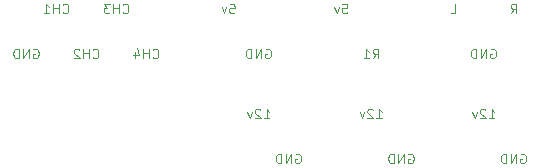
<source format=gbo>
%TF.GenerationSoftware,KiCad,Pcbnew,(5.1.8)-1*%
%TF.CreationDate,2021-01-28T04:03:39+01:00*%
%TF.ProjectId,VU Switch,56552053-7769-4746-9368-2e6b69636164,rev?*%
%TF.SameCoordinates,Original*%
%TF.FileFunction,Legend,Bot*%
%TF.FilePolarity,Positive*%
%FSLAX46Y46*%
G04 Gerber Fmt 4.6, Leading zero omitted, Abs format (unit mm)*
G04 Created by KiCad (PCBNEW (5.1.8)-1) date 2021-01-28 04:03:39*
%MOMM*%
%LPD*%
G01*
G04 APERTURE LIST*
%ADD10C,0.100000*%
G04 APERTURE END LIST*
D10*
X130092380Y-93630714D02*
X130130476Y-93668809D01*
X130244761Y-93706904D01*
X130320952Y-93706904D01*
X130435238Y-93668809D01*
X130511428Y-93592619D01*
X130549523Y-93516428D01*
X130587619Y-93364047D01*
X130587619Y-93249761D01*
X130549523Y-93097380D01*
X130511428Y-93021190D01*
X130435238Y-92945000D01*
X130320952Y-92906904D01*
X130244761Y-92906904D01*
X130130476Y-92945000D01*
X130092380Y-92983095D01*
X129749523Y-93706904D02*
X129749523Y-92906904D01*
X129749523Y-93287857D02*
X129292380Y-93287857D01*
X129292380Y-93706904D02*
X129292380Y-92906904D01*
X128568571Y-93173571D02*
X128568571Y-93706904D01*
X128759047Y-92868809D02*
X128949523Y-93440238D01*
X128454285Y-93440238D01*
X127552380Y-89820714D02*
X127590476Y-89858809D01*
X127704761Y-89896904D01*
X127780952Y-89896904D01*
X127895238Y-89858809D01*
X127971428Y-89782619D01*
X128009523Y-89706428D01*
X128047619Y-89554047D01*
X128047619Y-89439761D01*
X128009523Y-89287380D01*
X127971428Y-89211190D01*
X127895238Y-89135000D01*
X127780952Y-89096904D01*
X127704761Y-89096904D01*
X127590476Y-89135000D01*
X127552380Y-89173095D01*
X127209523Y-89896904D02*
X127209523Y-89096904D01*
X127209523Y-89477857D02*
X126752380Y-89477857D01*
X126752380Y-89896904D02*
X126752380Y-89096904D01*
X126447619Y-89096904D02*
X125952380Y-89096904D01*
X126219047Y-89401666D01*
X126104761Y-89401666D01*
X126028571Y-89439761D01*
X125990476Y-89477857D01*
X125952380Y-89554047D01*
X125952380Y-89744523D01*
X125990476Y-89820714D01*
X126028571Y-89858809D01*
X126104761Y-89896904D01*
X126333333Y-89896904D01*
X126409523Y-89858809D01*
X126447619Y-89820714D01*
X125012380Y-93630714D02*
X125050476Y-93668809D01*
X125164761Y-93706904D01*
X125240952Y-93706904D01*
X125355238Y-93668809D01*
X125431428Y-93592619D01*
X125469523Y-93516428D01*
X125507619Y-93364047D01*
X125507619Y-93249761D01*
X125469523Y-93097380D01*
X125431428Y-93021190D01*
X125355238Y-92945000D01*
X125240952Y-92906904D01*
X125164761Y-92906904D01*
X125050476Y-92945000D01*
X125012380Y-92983095D01*
X124669523Y-93706904D02*
X124669523Y-92906904D01*
X124669523Y-93287857D02*
X124212380Y-93287857D01*
X124212380Y-93706904D02*
X124212380Y-92906904D01*
X123869523Y-92983095D02*
X123831428Y-92945000D01*
X123755238Y-92906904D01*
X123564761Y-92906904D01*
X123488571Y-92945000D01*
X123450476Y-92983095D01*
X123412380Y-93059285D01*
X123412380Y-93135476D01*
X123450476Y-93249761D01*
X123907619Y-93706904D01*
X123412380Y-93706904D01*
X122472380Y-89820714D02*
X122510476Y-89858809D01*
X122624761Y-89896904D01*
X122700952Y-89896904D01*
X122815238Y-89858809D01*
X122891428Y-89782619D01*
X122929523Y-89706428D01*
X122967619Y-89554047D01*
X122967619Y-89439761D01*
X122929523Y-89287380D01*
X122891428Y-89211190D01*
X122815238Y-89135000D01*
X122700952Y-89096904D01*
X122624761Y-89096904D01*
X122510476Y-89135000D01*
X122472380Y-89173095D01*
X122129523Y-89896904D02*
X122129523Y-89096904D01*
X122129523Y-89477857D02*
X121672380Y-89477857D01*
X121672380Y-89896904D02*
X121672380Y-89096904D01*
X120872380Y-89896904D02*
X121329523Y-89896904D01*
X121100952Y-89896904D02*
X121100952Y-89096904D01*
X121177142Y-89211190D01*
X121253333Y-89287380D01*
X121329523Y-89325476D01*
X119989523Y-92945000D02*
X120065714Y-92906904D01*
X120180000Y-92906904D01*
X120294285Y-92945000D01*
X120370476Y-93021190D01*
X120408571Y-93097380D01*
X120446666Y-93249761D01*
X120446666Y-93364047D01*
X120408571Y-93516428D01*
X120370476Y-93592619D01*
X120294285Y-93668809D01*
X120180000Y-93706904D01*
X120103809Y-93706904D01*
X119989523Y-93668809D01*
X119951428Y-93630714D01*
X119951428Y-93364047D01*
X120103809Y-93364047D01*
X119608571Y-93706904D02*
X119608571Y-92906904D01*
X119151428Y-93706904D01*
X119151428Y-92906904D01*
X118770476Y-93706904D02*
X118770476Y-92906904D01*
X118580000Y-92906904D01*
X118465714Y-92945000D01*
X118389523Y-93021190D01*
X118351428Y-93097380D01*
X118313333Y-93249761D01*
X118313333Y-93364047D01*
X118351428Y-93516428D01*
X118389523Y-93592619D01*
X118465714Y-93668809D01*
X118580000Y-93706904D01*
X118770476Y-93706904D01*
X148723333Y-93706904D02*
X148990000Y-93325952D01*
X149180476Y-93706904D02*
X149180476Y-92906904D01*
X148875714Y-92906904D01*
X148799523Y-92945000D01*
X148761428Y-92983095D01*
X148723333Y-93059285D01*
X148723333Y-93173571D01*
X148761428Y-93249761D01*
X148799523Y-93287857D01*
X148875714Y-93325952D01*
X149180476Y-93325952D01*
X147961428Y-93706904D02*
X148418571Y-93706904D01*
X148190000Y-93706904D02*
X148190000Y-92906904D01*
X148266190Y-93021190D01*
X148342380Y-93097380D01*
X148418571Y-93135476D01*
X139674523Y-92945000D02*
X139750714Y-92906904D01*
X139865000Y-92906904D01*
X139979285Y-92945000D01*
X140055476Y-93021190D01*
X140093571Y-93097380D01*
X140131666Y-93249761D01*
X140131666Y-93364047D01*
X140093571Y-93516428D01*
X140055476Y-93592619D01*
X139979285Y-93668809D01*
X139865000Y-93706904D01*
X139788809Y-93706904D01*
X139674523Y-93668809D01*
X139636428Y-93630714D01*
X139636428Y-93364047D01*
X139788809Y-93364047D01*
X139293571Y-93706904D02*
X139293571Y-92906904D01*
X138836428Y-93706904D01*
X138836428Y-92906904D01*
X138455476Y-93706904D02*
X138455476Y-92906904D01*
X138265000Y-92906904D01*
X138150714Y-92945000D01*
X138074523Y-93021190D01*
X138036428Y-93097380D01*
X137998333Y-93249761D01*
X137998333Y-93364047D01*
X138036428Y-93516428D01*
X138074523Y-93592619D01*
X138150714Y-93668809D01*
X138265000Y-93706904D01*
X138455476Y-93706904D01*
X158724523Y-92945000D02*
X158800714Y-92906904D01*
X158915000Y-92906904D01*
X159029285Y-92945000D01*
X159105476Y-93021190D01*
X159143571Y-93097380D01*
X159181666Y-93249761D01*
X159181666Y-93364047D01*
X159143571Y-93516428D01*
X159105476Y-93592619D01*
X159029285Y-93668809D01*
X158915000Y-93706904D01*
X158838809Y-93706904D01*
X158724523Y-93668809D01*
X158686428Y-93630714D01*
X158686428Y-93364047D01*
X158838809Y-93364047D01*
X158343571Y-93706904D02*
X158343571Y-92906904D01*
X157886428Y-93706904D01*
X157886428Y-92906904D01*
X157505476Y-93706904D02*
X157505476Y-92906904D01*
X157315000Y-92906904D01*
X157200714Y-92945000D01*
X157124523Y-93021190D01*
X157086428Y-93097380D01*
X157048333Y-93249761D01*
X157048333Y-93364047D01*
X157086428Y-93516428D01*
X157124523Y-93592619D01*
X157200714Y-93668809D01*
X157315000Y-93706904D01*
X157505476Y-93706904D01*
X161264523Y-101835000D02*
X161340714Y-101796904D01*
X161455000Y-101796904D01*
X161569285Y-101835000D01*
X161645476Y-101911190D01*
X161683571Y-101987380D01*
X161721666Y-102139761D01*
X161721666Y-102254047D01*
X161683571Y-102406428D01*
X161645476Y-102482619D01*
X161569285Y-102558809D01*
X161455000Y-102596904D01*
X161378809Y-102596904D01*
X161264523Y-102558809D01*
X161226428Y-102520714D01*
X161226428Y-102254047D01*
X161378809Y-102254047D01*
X160883571Y-102596904D02*
X160883571Y-101796904D01*
X160426428Y-102596904D01*
X160426428Y-101796904D01*
X160045476Y-102596904D02*
X160045476Y-101796904D01*
X159855000Y-101796904D01*
X159740714Y-101835000D01*
X159664523Y-101911190D01*
X159626428Y-101987380D01*
X159588333Y-102139761D01*
X159588333Y-102254047D01*
X159626428Y-102406428D01*
X159664523Y-102482619D01*
X159740714Y-102558809D01*
X159855000Y-102596904D01*
X160045476Y-102596904D01*
X151739523Y-101835000D02*
X151815714Y-101796904D01*
X151930000Y-101796904D01*
X152044285Y-101835000D01*
X152120476Y-101911190D01*
X152158571Y-101987380D01*
X152196666Y-102139761D01*
X152196666Y-102254047D01*
X152158571Y-102406428D01*
X152120476Y-102482619D01*
X152044285Y-102558809D01*
X151930000Y-102596904D01*
X151853809Y-102596904D01*
X151739523Y-102558809D01*
X151701428Y-102520714D01*
X151701428Y-102254047D01*
X151853809Y-102254047D01*
X151358571Y-102596904D02*
X151358571Y-101796904D01*
X150901428Y-102596904D01*
X150901428Y-101796904D01*
X150520476Y-102596904D02*
X150520476Y-101796904D01*
X150330000Y-101796904D01*
X150215714Y-101835000D01*
X150139523Y-101911190D01*
X150101428Y-101987380D01*
X150063333Y-102139761D01*
X150063333Y-102254047D01*
X150101428Y-102406428D01*
X150139523Y-102482619D01*
X150215714Y-102558809D01*
X150330000Y-102596904D01*
X150520476Y-102596904D01*
X142214523Y-101835000D02*
X142290714Y-101796904D01*
X142405000Y-101796904D01*
X142519285Y-101835000D01*
X142595476Y-101911190D01*
X142633571Y-101987380D01*
X142671666Y-102139761D01*
X142671666Y-102254047D01*
X142633571Y-102406428D01*
X142595476Y-102482619D01*
X142519285Y-102558809D01*
X142405000Y-102596904D01*
X142328809Y-102596904D01*
X142214523Y-102558809D01*
X142176428Y-102520714D01*
X142176428Y-102254047D01*
X142328809Y-102254047D01*
X141833571Y-102596904D02*
X141833571Y-101796904D01*
X141376428Y-102596904D01*
X141376428Y-101796904D01*
X140995476Y-102596904D02*
X140995476Y-101796904D01*
X140805000Y-101796904D01*
X140690714Y-101835000D01*
X140614523Y-101911190D01*
X140576428Y-101987380D01*
X140538333Y-102139761D01*
X140538333Y-102254047D01*
X140576428Y-102406428D01*
X140614523Y-102482619D01*
X140690714Y-102558809D01*
X140805000Y-102596904D01*
X140995476Y-102596904D01*
X158572142Y-98786904D02*
X159029285Y-98786904D01*
X158800714Y-98786904D02*
X158800714Y-97986904D01*
X158876904Y-98101190D01*
X158953095Y-98177380D01*
X159029285Y-98215476D01*
X158267380Y-98063095D02*
X158229285Y-98025000D01*
X158153095Y-97986904D01*
X157962619Y-97986904D01*
X157886428Y-98025000D01*
X157848333Y-98063095D01*
X157810238Y-98139285D01*
X157810238Y-98215476D01*
X157848333Y-98329761D01*
X158305476Y-98786904D01*
X157810238Y-98786904D01*
X157543571Y-98253571D02*
X157353095Y-98786904D01*
X157162619Y-98253571D01*
X139522142Y-98786904D02*
X139979285Y-98786904D01*
X139750714Y-98786904D02*
X139750714Y-97986904D01*
X139826904Y-98101190D01*
X139903095Y-98177380D01*
X139979285Y-98215476D01*
X139217380Y-98063095D02*
X139179285Y-98025000D01*
X139103095Y-97986904D01*
X138912619Y-97986904D01*
X138836428Y-98025000D01*
X138798333Y-98063095D01*
X138760238Y-98139285D01*
X138760238Y-98215476D01*
X138798333Y-98329761D01*
X139255476Y-98786904D01*
X138760238Y-98786904D01*
X138493571Y-98253571D02*
X138303095Y-98786904D01*
X138112619Y-98253571D01*
X149047142Y-98786904D02*
X149504285Y-98786904D01*
X149275714Y-98786904D02*
X149275714Y-97986904D01*
X149351904Y-98101190D01*
X149428095Y-98177380D01*
X149504285Y-98215476D01*
X148742380Y-98063095D02*
X148704285Y-98025000D01*
X148628095Y-97986904D01*
X148437619Y-97986904D01*
X148361428Y-98025000D01*
X148323333Y-98063095D01*
X148285238Y-98139285D01*
X148285238Y-98215476D01*
X148323333Y-98329761D01*
X148780476Y-98786904D01*
X148285238Y-98786904D01*
X148018571Y-98253571D02*
X147828095Y-98786904D01*
X147637619Y-98253571D01*
X136639285Y-89096904D02*
X137020238Y-89096904D01*
X137058333Y-89477857D01*
X137020238Y-89439761D01*
X136944047Y-89401666D01*
X136753571Y-89401666D01*
X136677380Y-89439761D01*
X136639285Y-89477857D01*
X136601190Y-89554047D01*
X136601190Y-89744523D01*
X136639285Y-89820714D01*
X136677380Y-89858809D01*
X136753571Y-89896904D01*
X136944047Y-89896904D01*
X137020238Y-89858809D01*
X137058333Y-89820714D01*
X136334523Y-89363571D02*
X136144047Y-89896904D01*
X135953571Y-89363571D01*
X146164285Y-89096904D02*
X146545238Y-89096904D01*
X146583333Y-89477857D01*
X146545238Y-89439761D01*
X146469047Y-89401666D01*
X146278571Y-89401666D01*
X146202380Y-89439761D01*
X146164285Y-89477857D01*
X146126190Y-89554047D01*
X146126190Y-89744523D01*
X146164285Y-89820714D01*
X146202380Y-89858809D01*
X146278571Y-89896904D01*
X146469047Y-89896904D01*
X146545238Y-89858809D01*
X146583333Y-89820714D01*
X145859523Y-89363571D02*
X145669047Y-89896904D01*
X145478571Y-89363571D01*
X160407380Y-89896904D02*
X160674047Y-89515952D01*
X160864523Y-89896904D02*
X160864523Y-89096904D01*
X160559761Y-89096904D01*
X160483571Y-89135000D01*
X160445476Y-89173095D01*
X160407380Y-89249285D01*
X160407380Y-89363571D01*
X160445476Y-89439761D01*
X160483571Y-89477857D01*
X160559761Y-89515952D01*
X160864523Y-89515952D01*
X155327380Y-89896904D02*
X155708333Y-89896904D01*
X155708333Y-89096904D01*
M02*

</source>
